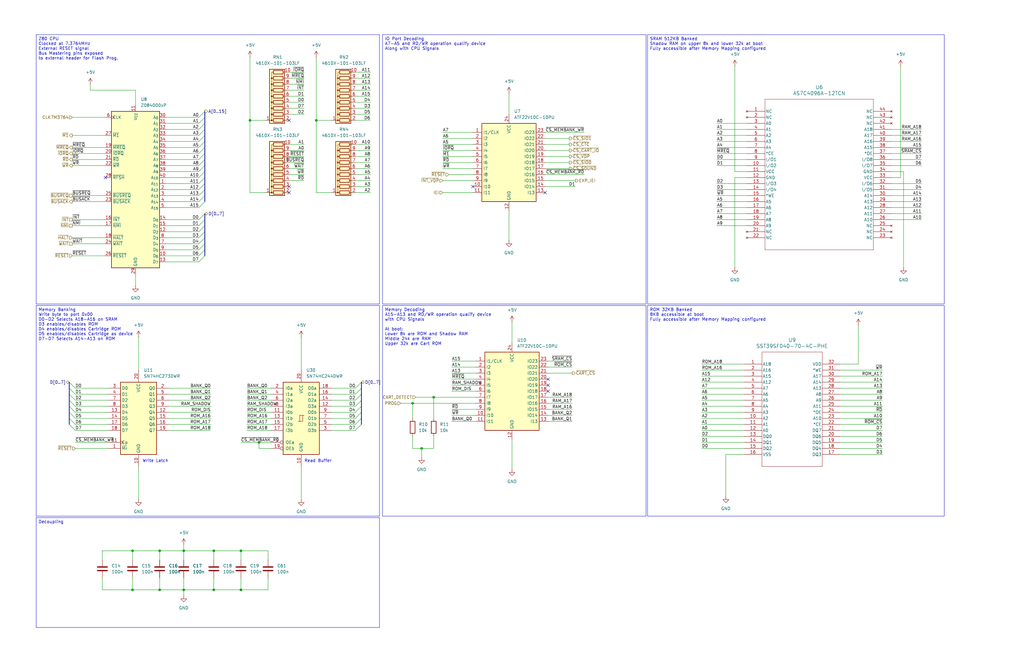
<source format=kicad_sch>
(kicad_sch (version 20250114) (generator "eeschema") (generator_version "9.0")
  (paper "USLedger")
  (text "Write Latch" (at 65.532 194.564 0) (effects (font (size 1.27 1.27))))
  (text "Read Buffer" (at 134.112 194.564 0) (effects (font (size 1.27 1.27))))
  (text_box "Decoupling" (at 15.24 218.44 0) (size 144.78 46.355) (margins 0.9525 0.9525 0.9525 0.9525) (effects (font (size 1.27 1.27)) (justify left top)))
  (text_box "SRAM 512KB Banked\nShadow RAM on upper 8k and lower 32k at boot\nFully accessible after Memory Mapping configured" (at 273.05 14.605 0) (size 125.095 113.665) (margins 0.9525 0.9525 0.9525 0.9525) (effects (font (size 1.27 1.27)) (justify left top)))
  (text_box "Z80 CPU\nClocked at 7.3764MHz\nExternal RESET signal\nBus Mastering pins exposed\nto external header for Flash Prog." (at 15.24 14.605 0) (size 144.78 113.665) (margins 0.9525 0.9525 0.9525 0.9525) (effects (font (size 1.27 1.27)) (justify left top)))
  (text_box "IO Port Decoding\nA7-A5 and RD/WR operation qualify device\nAlong with CPU Signals" (at 161.29 14.605 0) (size 111.125 113.665) (margins 0.9525 0.9525 0.9525 0.9525) (effects (font (size 1.27 1.27)) (justify left top)))
  (text_box "ROM 32KB Banked\n8KB accessible at boot\nFully accessible after Memory Mapping configured" (at 273.05 128.905 0) (size 125.095 88.9) (margins 0.9525 0.9525 0.9525 0.9525) (effects (font (size 1.27 1.27)) (justify left top)))
  (text_box "Memory Banking\nWrite byte to port 0x00\nD0-D2 Selects A18-A16 on SRAM\nD3 enables/disables ROM\nD4 enables/disables Cartridge ROM\nD5 enables/disables Cartridge as device\nD7-D7 Selects A14-A13 on ROM" (at 15.24 128.905 0) (size 144.78 88.9) (margins 0.9525 0.9525 0.9525 0.9525) (effects (font (size 1.27 1.27)) (justify left top)))
  (text_box "Memory Decoding\nA15-A13 and RD/WR operation qualify device\nwith CPU Signals\n\nAt boot:\nLower 8k are ROM and Shadow RAM\nMiddle 24k are RAM\nUpper 32k are Cart ROM\n\n" (at 161.29 128.905 0) (size 111.125 88.9) (margins 0.9525 0.9525 0.9525 0.9525) (effects (font (size 1.27 1.27)) (justify left top)))
  (junction (at 67.31 248.92))
  (junction (at 101.6 248.92))
  (junction (at 182.88 167.64))
  (junction (at 55.88 248.92))
  (junction (at 109.22 186.69))
  (junction (at 173.99 170.18))
  (junction (at 105.41 50.8))
  (junction (at 67.31 232.41))
  (junction (at 101.6 232.41))
  (junction (at 90.17 248.92))
  (junction (at 177.8 189.23))
  (junction (at 77.47 232.41))
  (junction (at 77.47 248.92))
  (junction (at 90.17 232.41))
  (junction (at 133.35 50.8))
  (junction (at 55.88 232.41))
  (no_connect (at 199.39 78.74))
  (no_connect (at 121.92 78.74))
  (no_connect (at 231.14 162.56))
  (no_connect (at 231.14 165.1))
  (no_connect (at 44.45 74.93))
  (no_connect (at 231.14 160.02))
  (no_connect (at 229.87 81.28))
  (no_connect (at 121.92 50.8))
  (no_connect (at 121.92 81.28))
  (bus_entry (at 83.82 105.41) (size 2.54 -2.54))
  (bus_entry (at 83.82 80.01) (size 2.54 -2.54))
  (bus_entry (at 152.4 161.29) (size -2.54 2.54))
  (bus_entry (at 29.21 166.37) (size 2.54 2.54))
  (bus_entry (at 83.82 57.15) (size 2.54 -2.54))
  (bus_entry (at 152.4 171.45) (size -2.54 2.54))
  (bus_entry (at 83.82 72.39) (size 2.54 -2.54))
  (bus_entry (at 83.82 62.23) (size 2.54 -2.54))
  (bus_entry (at 83.82 107.95) (size 2.54 -2.54))
  (bus_entry (at 152.4 176.53) (size -2.54 2.54))
  (bus_entry (at 83.82 102.87) (size 2.54 -2.54))
  (bus_entry (at 83.82 100.33) (size 2.54 -2.54))
  (bus_entry (at 83.82 54.61) (size 2.54 -2.54))
  (bus_entry (at 152.4 168.91) (size -2.54 2.54))
  (bus_entry (at 83.82 97.79) (size 2.54 -2.54))
  (bus_entry (at 83.82 49.53) (size 2.54 -2.54))
  (bus_entry (at 83.82 95.25) (size 2.54 -2.54))
  (bus_entry (at 29.21 179.07) (size 2.54 2.54))
  (bus_entry (at 83.82 59.69) (size 2.54 -2.54))
  (bus_entry (at 83.82 82.55) (size 2.54 -2.54))
  (bus_entry (at 83.82 74.93) (size 2.54 -2.54))
  (bus_entry (at 83.82 87.63) (size 2.54 -2.54))
  (bus_entry (at 152.4 166.37) (size -2.54 2.54))
  (bus_entry (at 29.21 176.53) (size 2.54 2.54))
  (bus_entry (at 83.82 110.49) (size 2.54 -2.54))
  (bus_entry (at 83.82 67.31) (size 2.54 -2.54))
  (bus_entry (at 83.82 64.77) (size 2.54 -2.54))
  (bus_entry (at 83.82 69.85) (size 2.54 -2.54))
  (bus_entry (at 152.4 173.99) (size -2.54 2.54))
  (bus_entry (at 29.21 171.45) (size 2.54 2.54))
  (bus_entry (at 83.82 85.09) (size 2.54 -2.54))
  (bus_entry (at 29.21 173.99) (size 2.54 2.54))
  (bus_entry (at 152.4 163.83) (size -2.54 2.54))
  (bus_entry (at 29.21 168.91) (size 2.54 2.54))
  (bus_entry (at 83.82 77.47) (size 2.54 -2.54))
  (bus_entry (at 29.21 161.29) (size 2.54 2.54))
  (bus_entry (at 152.4 179.07) (size -2.54 2.54))
  (bus_entry (at 29.21 163.83) (size 2.54 2.54))
  (bus_entry (at 83.82 92.71) (size 2.54 -2.54))
  (bus_entry (at 83.82 52.07) (size 2.54 -2.54))
  (wire (pts (xy 104.14 163.83) (xy 114.3 163.83)))
  (wire (pts (xy 104.14 166.37) (xy 114.3 166.37)))
  (wire (pts (xy 190.5 160.02) (xy 200.66 160.02)))
  (bus (pts (xy 29.21 173.99) (xy 29.21 176.53)))
  (wire (pts (xy 43.18 243.84) (xy 43.18 248.92)))
  (wire (pts (xy 229.87 58.42) (xy 240.03 58.42)))
  (wire (pts (xy 231.14 157.48) (xy 241.3 157.48)))
  (wire (pts (xy 375.92 77.47) (xy 388.62 77.47)))
  (wire (pts (xy 375.92 72.39) (xy 381 72.39)))
  (wire (pts (xy 121.92 45.72) (xy 128.27 45.72)))
  (wire (pts (xy 149.86 71.12) (xy 156.21 71.12)))
  (wire (pts (xy 375.92 87.63) (xy 388.62 87.63)))
  (wire (pts (xy 186.69 81.28) (xy 199.39 81.28)))
  (wire (pts (xy 375.92 67.31) (xy 388.62 67.31)))
  (wire (pts (xy 30.48 64.77) (xy 44.45 64.77)))
  (bus (pts (xy 86.36 92.71) (xy 86.36 95.25)))
  (wire (pts (xy 309.88 27.94) (xy 309.88 72.39)))
  (wire (pts (xy 71.12 163.83) (xy 88.9 163.83)))
  (wire (pts (xy 354.33 191.77) (xy 372.11 191.77)))
  (wire (pts (xy 375.92 54.61) (xy 388.62 54.61)))
  (wire (pts (xy 354.33 163.83) (xy 372.11 163.83)))
  (wire (pts (xy 375.92 85.09) (xy 388.62 85.09)))
  (wire (pts (xy 302.26 90.17) (xy 314.96 90.17)))
  (wire (pts (xy 30.48 102.87) (xy 44.45 102.87)))
  (wire (pts (xy 30.48 85.09) (xy 44.45 85.09)))
  (wire (pts (xy 30.48 57.15) (xy 44.45 57.15)))
  (wire (pts (xy 354.33 181.61) (xy 372.11 181.61)))
  (wire (pts (xy 295.91 186.69) (xy 313.69 186.69)))
  (wire (pts (xy 354.33 179.07) (xy 372.11 179.07)))
  (wire (pts (xy 43.18 236.22) (xy 43.18 232.41)))
  (wire (pts (xy 182.88 167.64) (xy 200.66 167.64)))
  (wire (pts (xy 302.26 92.71) (xy 314.96 92.71)))
  (bus (pts (xy 86.36 52.07) (xy 86.36 54.61)))
  (wire (pts (xy 302.26 77.47) (xy 314.96 77.47)))
  (wire (pts (xy 67.31 232.41) (xy 77.47 232.41)))
  (wire (pts (xy 104.14 173.99) (xy 114.3 173.99)))
  (wire (pts (xy 113.03 243.84) (xy 113.03 248.92)))
  (bus (pts (xy 86.36 46.99) (xy 86.36 49.53)))
  (wire (pts (xy 109.22 186.69) (xy 114.3 186.69)))
  (wire (pts (xy 69.85 67.31) (xy 83.82 67.31)))
  (wire (pts (xy 173.99 170.18) (xy 200.66 170.18)))
  (wire (pts (xy 354.33 156.21) (xy 372.11 156.21)))
  (wire (pts (xy 354.33 158.75) (xy 372.11 158.75)))
  (wire (pts (xy 190.5 152.4) (xy 200.66 152.4)))
  (wire (pts (xy 69.85 49.53) (xy 83.82 49.53)))
  (wire (pts (xy 175.26 167.64) (xy 182.88 167.64)))
  (wire (pts (xy 302.26 67.31) (xy 314.96 67.31)))
  (wire (pts (xy 149.86 78.74) (xy 156.21 78.74)))
  (wire (pts (xy 149.86 76.2) (xy 156.21 76.2)))
  (wire (pts (xy 302.26 85.09) (xy 314.96 85.09)))
  (bus (pts (xy 86.36 80.01) (xy 86.36 82.55)))
  (wire (pts (xy 31.75 189.23) (xy 45.72 189.23)))
  (wire (pts (xy 375.92 80.01) (xy 388.62 80.01)))
  (wire (pts (xy 379.73 27.94) (xy 379.73 74.93)))
  (wire (pts (xy 69.85 110.49) (xy 83.82 110.49)))
  (wire (pts (xy 121.92 68.58) (xy 128.27 68.58)))
  (wire (pts (xy 177.8 189.23) (xy 182.88 189.23)))
  (wire (pts (xy 38.1 35.56) (xy 38.1 38.1)))
  (wire (pts (xy 69.85 92.71) (xy 83.82 92.71)))
  (wire (pts (xy 354.33 184.15) (xy 372.11 184.15)))
  (wire (pts (xy 302.26 57.15) (xy 314.96 57.15)))
  (wire (pts (xy 113.03 236.22) (xy 113.03 232.41)))
  (wire (pts (xy 69.85 85.09) (xy 83.82 85.09)))
  (wire (pts (xy 101.6 232.41) (xy 101.6 236.22)))
  (wire (pts (xy 69.85 52.07) (xy 83.82 52.07)))
  (wire (pts (xy 149.86 35.56) (xy 156.21 35.56)))
  (wire (pts (xy 149.86 50.8) (xy 156.21 50.8)))
  (wire (pts (xy 375.92 62.23) (xy 388.62 62.23)))
  (wire (pts (xy 314.96 72.39) (xy 309.88 72.39)))
  (bus (pts (xy 86.36 102.87) (xy 86.36 105.41)))
  (wire (pts (xy 67.31 232.41) (xy 67.31 236.22)))
  (wire (pts (xy 133.35 50.8) (xy 139.7 50.8)))
  (wire (pts (xy 149.86 171.45) (xy 139.7 171.45)))
  (wire (pts (xy 375.92 74.93) (xy 379.73 74.93)))
  (wire (pts (xy 69.85 74.93) (xy 83.82 74.93)))
  (wire (pts (xy 229.87 63.5) (xy 240.03 63.5)))
  (wire (pts (xy 302.26 82.55) (xy 314.96 82.55)))
  (wire (pts (xy 55.88 248.92) (xy 67.31 248.92)))
  (wire (pts (xy 168.91 170.18) (xy 173.99 170.18)))
  (wire (pts (xy 190.5 172.72) (xy 200.66 172.72)))
  (wire (pts (xy 69.85 105.41) (xy 83.82 105.41)))
  (wire (pts (xy 149.86 45.72) (xy 156.21 45.72)))
  (wire (pts (xy 186.69 58.42) (xy 199.39 58.42)))
  (wire (pts (xy 121.92 33.02) (xy 128.27 33.02)))
  (wire (pts (xy 354.33 173.99) (xy 372.11 173.99)))
  (wire (pts (xy 354.33 176.53) (xy 372.11 176.53)))
  (wire (pts (xy 189.23 73.66) (xy 199.39 73.66)))
  (wire (pts (xy 295.91 171.45) (xy 313.69 171.45)))
  (wire (pts (xy 182.88 167.64) (xy 182.88 176.53)))
  (wire (pts (xy 69.85 107.95) (xy 83.82 107.95)))
  (wire (pts (xy 306.07 191.77) (xy 306.07 209.55)))
  (wire (pts (xy 71.12 179.07) (xy 88.9 179.07)))
  (wire (pts (xy 149.86 60.96) (xy 156.21 60.96)))
  (wire (pts (xy 190.5 162.56) (xy 200.66 162.56)))
  (wire (pts (xy 104.14 171.45) (xy 114.3 171.45)))
  (wire (pts (xy 77.47 232.41) (xy 77.47 236.22)))
  (wire (pts (xy 77.47 248.92) (xy 90.17 248.92)))
  (bus (pts (xy 29.21 161.29) (xy 29.21 163.83)))
  (wire (pts (xy 295.91 173.99) (xy 313.69 173.99)))
  (wire (pts (xy 55.88 232.41) (xy 67.31 232.41)))
  (wire (pts (xy 186.69 76.2) (xy 199.39 76.2)))
  (wire (pts (xy 71.12 166.37) (xy 88.9 166.37)))
  (wire (pts (xy 104.14 181.61) (xy 114.3 181.61)))
  (wire (pts (xy 295.91 176.53) (xy 313.69 176.53)))
  (wire (pts (xy 215.9 135.89) (xy 215.9 144.78)))
  (wire (pts (xy 104.14 168.91) (xy 114.3 168.91)))
  (wire (pts (xy 77.47 229.87) (xy 77.47 232.41)))
  (wire (pts (xy 30.48 100.33) (xy 44.45 100.33)))
  (wire (pts (xy 121.92 73.66) (xy 128.27 73.66)))
  (wire (pts (xy 354.33 168.91) (xy 372.11 168.91)))
  (wire (pts (xy 302.26 80.01) (xy 314.96 80.01)))
  (wire (pts (xy 121.92 71.12) (xy 128.27 71.12)))
  (wire (pts (xy 77.47 248.92) (xy 77.47 251.46)))
  (wire (pts (xy 58.42 142.24) (xy 58.42 156.21)))
  (wire (pts (xy 127 142.24) (xy 127 156.21)))
  (wire (pts (xy 31.75 181.61) (xy 45.72 181.61)))
  (wire (pts (xy 313.69 191.77) (xy 306.07 191.77)))
  (wire (pts (xy 121.92 66.04) (xy 128.27 66.04)))
  (wire (pts (xy 69.85 57.15) (xy 83.82 57.15)))
  (wire (pts (xy 186.69 55.88) (xy 199.39 55.88)))
  (wire (pts (xy 133.35 81.28) (xy 139.7 81.28)))
  (wire (pts (xy 190.5 175.26) (xy 200.66 175.26)))
  (bus (pts (xy 152.4 171.45) (xy 152.4 173.99)))
  (wire (pts (xy 121.92 30.48) (xy 128.27 30.48)))
  (wire (pts (xy 309.88 74.93) (xy 314.96 74.93)))
  (wire (pts (xy 31.75 173.99) (xy 45.72 173.99)))
  (wire (pts (xy 149.86 68.58) (xy 156.21 68.58)))
  (wire (pts (xy 295.91 161.29) (xy 313.69 161.29)))
  (wire (pts (xy 177.8 189.23) (xy 177.8 193.04)))
  (wire (pts (xy 149.86 33.02) (xy 156.21 33.02)))
  (wire (pts (xy 182.88 184.15) (xy 182.88 189.23)))
  (bus (pts (xy 152.4 163.83) (xy 152.4 166.37)))
  (bus (pts (xy 86.36 90.17) (xy 86.36 92.71)))
  (wire (pts (xy 30.48 67.31) (xy 44.45 67.31)))
  (wire (pts (xy 121.92 35.56) (xy 128.27 35.56)))
  (wire (pts (xy 149.86 66.04) (xy 156.21 66.04)))
  (wire (pts (xy 104.14 179.07) (xy 114.3 179.07)))
  (wire (pts (xy 121.92 40.64) (xy 128.27 40.64)))
  (wire (pts (xy 69.85 59.69) (xy 83.82 59.69)))
  (wire (pts (xy 30.48 69.85) (xy 44.45 69.85)))
  (wire (pts (xy 71.12 176.53) (xy 88.9 176.53)))
  (bus (pts (xy 86.36 100.33) (xy 86.36 102.87)))
  (wire (pts (xy 186.69 71.12) (xy 199.39 71.12)))
  (bus (pts (xy 86.36 69.85) (xy 86.36 72.39)))
  (wire (pts (xy 133.35 24.13) (xy 133.35 50.8)))
  (wire (pts (xy 30.48 95.25) (xy 44.45 95.25)))
  (wire (pts (xy 90.17 232.41) (xy 101.6 232.41)))
  (wire (pts (xy 105.41 24.13) (xy 105.41 50.8)))
  (wire (pts (xy 149.86 38.1) (xy 156.21 38.1)))
  (wire (pts (xy 302.26 64.77) (xy 314.96 64.77)))
  (wire (pts (xy 295.91 184.15) (xy 313.69 184.15)))
  (wire (pts (xy 109.22 186.69) (xy 109.22 189.23)))
  (wire (pts (xy 302.26 62.23) (xy 314.96 62.23)))
  (wire (pts (xy 302.26 54.61) (xy 314.96 54.61)))
  (bus (pts (xy 86.36 62.23) (xy 86.36 64.77)))
  (wire (pts (xy 302.26 95.25) (xy 314.96 95.25)))
  (wire (pts (xy 43.18 232.41) (xy 55.88 232.41)))
  (wire (pts (xy 190.5 165.1) (xy 200.66 165.1)))
  (wire (pts (xy 58.42 196.85) (xy 58.42 210.82)))
  (wire (pts (xy 57.15 115.57) (xy 57.15 120.65)))
  (wire (pts (xy 295.91 153.67) (xy 313.69 153.67)))
  (wire (pts (xy 149.86 30.48) (xy 156.21 30.48)))
  (wire (pts (xy 173.99 170.18) (xy 173.99 176.53)))
  (wire (pts (xy 186.69 63.5) (xy 199.39 63.5)))
  (wire (pts (xy 121.92 38.1) (xy 128.27 38.1)))
  (wire (pts (xy 69.85 69.85) (xy 83.82 69.85)))
  (wire (pts (xy 354.33 186.69) (xy 372.11 186.69)))
  (wire (pts (xy 173.99 184.15) (xy 173.99 189.23)))
  (wire (pts (xy 190.5 177.8) (xy 200.66 177.8)))
  (bus (pts (xy 86.36 64.77) (xy 86.36 67.31)))
  (wire (pts (xy 104.14 176.53) (xy 114.3 176.53)))
  (wire (pts (xy 375.92 59.69) (xy 388.62 59.69)))
  (wire (pts (xy 133.35 50.8) (xy 133.35 81.28)))
  (bus (pts (xy 86.36 67.31) (xy 86.36 69.85)))
  (wire (pts (xy 55.88 243.84) (xy 55.88 248.92)))
  (wire (pts (xy 149.86 173.99) (xy 139.7 173.99)))
  (wire (pts (xy 69.85 102.87) (xy 83.82 102.87)))
  (wire (pts (xy 354.33 189.23) (xy 372.11 189.23)))
  (bus (pts (xy 86.36 105.41) (xy 86.36 107.95)))
  (wire (pts (xy 121.92 60.96) (xy 128.27 60.96)))
  (wire (pts (xy 295.91 166.37) (xy 313.69 166.37)))
  (wire (pts (xy 69.85 77.47) (xy 83.82 77.47)))
  (bus (pts (xy 86.36 57.15) (xy 86.36 59.69)))
  (wire (pts (xy 295.91 156.21) (xy 313.69 156.21)))
  (bus (pts (xy 86.36 54.61) (xy 86.36 57.15)))
  (wire (pts (xy 231.14 172.72) (xy 241.3 172.72)))
  (wire (pts (xy 190.5 154.94) (xy 200.66 154.94)))
  (wire (pts (xy 101.6 186.69) (xy 109.22 186.69)))
  (wire (pts (xy 57.15 38.1) (xy 38.1 38.1)))
  (bus (pts (xy 86.36 49.53) (xy 86.36 52.07)))
  (wire (pts (xy 69.85 100.33) (xy 83.82 100.33)))
  (wire (pts (xy 295.91 179.07) (xy 313.69 179.07)))
  (wire (pts (xy 105.41 50.8) (xy 105.41 81.28)))
  (bus (pts (xy 29.21 166.37) (xy 29.21 168.91)))
  (wire (pts (xy 229.87 68.58) (xy 240.03 68.58)))
  (wire (pts (xy 31.75 163.83) (xy 45.72 163.83)))
  (wire (pts (xy 77.47 232.41) (xy 90.17 232.41)))
  (bus (pts (xy 86.36 59.69) (xy 86.36 62.23)))
  (wire (pts (xy 101.6 243.84) (xy 101.6 248.92)))
  (wire (pts (xy 69.85 62.23) (xy 83.82 62.23)))
  (wire (pts (xy 55.88 232.41) (xy 55.88 236.22)))
  (wire (pts (xy 67.31 243.84) (xy 67.31 248.92)))
  (wire (pts (xy 30.48 92.71) (xy 44.45 92.71)))
  (wire (pts (xy 149.86 166.37) (xy 139.7 166.37)))
  (wire (pts (xy 149.86 63.5) (xy 156.21 63.5)))
  (wire (pts (xy 231.14 177.8) (xy 241.3 177.8)))
  (wire (pts (xy 354.33 166.37) (xy 372.11 166.37)))
  (wire (pts (xy 309.88 74.93) (xy 309.88 113.03)))
  (bus (pts (xy 86.36 82.55) (xy 86.36 85.09)))
  (bus (pts (xy 152.4 166.37) (xy 152.4 168.91)))
  (wire (pts (xy 31.75 179.07) (xy 45.72 179.07)))
  (wire (pts (xy 149.86 43.18) (xy 156.21 43.18)))
  (wire (pts (xy 190.5 157.48) (xy 200.66 157.48)))
  (wire (pts (xy 149.86 40.64) (xy 156.21 40.64)))
  (wire (pts (xy 381 72.39) (xy 381 113.03)))
  (wire (pts (xy 30.48 49.53) (xy 44.45 49.53)))
  (wire (pts (xy 375.92 82.55) (xy 388.62 82.55)))
  (wire (pts (xy 149.86 176.53) (xy 139.7 176.53)))
  (wire (pts (xy 31.75 171.45) (xy 45.72 171.45)))
  (wire (pts (xy 43.18 248.92) (xy 55.88 248.92)))
  (wire (pts (xy 214.63 39.37) (xy 214.63 48.26)))
  (wire (pts (xy 375.92 69.85) (xy 388.62 69.85)))
  (bus (pts (xy 152.4 176.53) (xy 152.4 179.07)))
  (wire (pts (xy 375.92 57.15) (xy 388.62 57.15)))
  (wire (pts (xy 229.87 60.96) (xy 240.03 60.96)))
  (wire (pts (xy 57.15 44.45) (xy 57.15 38.1)))
  (bus (pts (xy 29.21 168.91) (xy 29.21 171.45)))
  (wire (pts (xy 149.86 81.28) (xy 156.21 81.28)))
  (wire (pts (xy 109.22 189.23) (xy 114.3 189.23)))
  (bus (pts (xy 29.21 176.53) (xy 29.21 179.07)))
  (wire (pts (xy 69.85 82.55) (xy 83.82 82.55)))
  (wire (pts (xy 302.26 59.69) (xy 314.96 59.69)))
  (wire (pts (xy 375.92 90.17) (xy 388.62 90.17)))
  (wire (pts (xy 71.12 168.91) (xy 88.9 168.91)))
  (bus (pts (xy 152.4 168.91) (xy 152.4 171.45)))
  (wire (pts (xy 229.87 73.66) (xy 246.38 73.66)))
  (wire (pts (xy 149.86 179.07) (xy 139.7 179.07)))
  (wire (pts (xy 375.92 92.71) (xy 388.62 92.71)))
  (wire (pts (xy 31.75 166.37) (xy 45.72 166.37)))
  (wire (pts (xy 121.92 48.26) (xy 128.27 48.26)))
  (wire (pts (xy 69.85 80.01) (xy 83.82 80.01)))
  (wire (pts (xy 67.31 248.92) (xy 77.47 248.92)))
  (wire (pts (xy 295.91 168.91) (xy 313.69 168.91)))
  (wire (pts (xy 90.17 232.41) (xy 90.17 236.22)))
  (wire (pts (xy 173.99 189.23) (xy 177.8 189.23)))
  (wire (pts (xy 105.41 50.8) (xy 111.76 50.8)))
  (wire (pts (xy 77.47 243.84) (xy 77.47 248.92)))
  (bus (pts (xy 29.21 163.83) (xy 29.21 166.37)))
  (wire (pts (xy 186.69 60.96) (xy 199.39 60.96)))
  (wire (pts (xy 149.86 73.66) (xy 156.21 73.66)))
  (wire (pts (xy 302.26 87.63) (xy 314.96 87.63)))
  (wire (pts (xy 231.14 175.26) (xy 241.3 175.26)))
  (wire (pts (xy 69.85 54.61) (xy 83.82 54.61)))
  (wire (pts (xy 149.86 181.61) (xy 139.7 181.61)))
  (bus (pts (xy 86.36 77.47) (xy 86.36 80.01)))
  (wire (pts (xy 101.6 248.92) (xy 113.03 248.92)))
  (bus (pts (xy 152.4 161.29) (xy 152.4 163.83)))
  (wire (pts (xy 71.12 171.45) (xy 88.9 171.45)))
  (wire (pts (xy 295.91 158.75) (xy 313.69 158.75)))
  (bus (pts (xy 86.36 95.25) (xy 86.36 97.79)))
  (wire (pts (xy 295.91 189.23) (xy 313.69 189.23)))
  (wire (pts (xy 31.75 176.53) (xy 45.72 176.53)))
  (wire (pts (xy 214.63 88.9) (xy 214.63 101.6)))
  (wire (pts (xy 229.87 66.04) (xy 240.03 66.04)))
  (wire (pts (xy 31.75 186.69) (xy 45.72 186.69)))
  (wire (pts (xy 354.33 161.29) (xy 372.11 161.29)))
  (wire (pts (xy 186.69 68.58) (xy 199.39 68.58)))
  (wire (pts (xy 71.12 181.61) (xy 88.9 181.61)))
  (wire (pts (xy 229.87 55.88) (xy 246.38 55.88)))
  (wire (pts (xy 69.85 95.25) (xy 83.82 95.25)))
  (wire (pts (xy 231.14 152.4) (xy 241.3 152.4)))
  (bus (pts (xy 86.36 74.93) (xy 86.36 77.47)))
  (wire (pts (xy 231.14 167.64) (xy 241.3 167.64)))
  (wire (pts (xy 186.69 66.04) (xy 199.39 66.04)))
  (wire (pts (xy 31.75 168.91) (xy 45.72 168.91)))
  (bus (pts (xy 152.4 173.99) (xy 152.4 176.53)))
  (wire (pts (xy 375.92 64.77) (xy 388.62 64.77)))
  (bus (pts (xy 29.21 171.45) (xy 29.21 173.99)))
  (wire (pts (xy 231.14 170.18) (xy 241.3 170.18)))
  (wire (pts (xy 127 196.85) (xy 127 210.82)))
  (wire (pts (xy 229.87 78.74) (xy 242.57 78.74)))
  (wire (pts (xy 121.92 43.18) (xy 128.27 43.18)))
  (wire (pts (xy 69.85 72.39) (xy 83.82 72.39)))
  (wire (pts (xy 121.92 76.2) (xy 128.27 76.2)))
  (wire (pts (xy 295.91 163.83) (xy 313.69 163.83)))
  (wire (pts (xy 302.26 69.85) (xy 314.96 69.85)))
  (wire (pts (xy 361.95 137.16) (xy 361.95 153.67)))
  (wire (pts (xy 30.48 107.95) (xy 44.45 107.95)))
  (wire (pts (xy 30.48 82.55) (xy 44.45 82.55)))
  (bus (pts (xy 86.36 72.39) (xy 86.36 74.93)))
  (wire (pts (xy 90.17 248.92) (xy 101.6 248.92)))
  (wire (pts (xy 90.17 243.84) (xy 90.17 248.92)))
  (wire (pts (xy 354.33 153.67) (xy 361.95 153.67)))
  (wire (pts (xy 215.9 185.42) (xy 215.9 198.12)))
  (wire (pts (xy 101.6 232.41) (xy 113.03 232.41)))
  (wire (pts (xy 121.92 63.5) (xy 128.27 63.5)))
  (wire (pts (xy 302.26 52.07) (xy 314.96 52.07)))
  (wire (pts (xy 69.85 87.63) (xy 83.82 87.63)))
  (wire (pts (xy 69.85 64.77) (xy 83.82 64.77)))
  (wire (pts (xy 30.48 62.23) (xy 44.45 62.23)))
  (wire (pts (xy 149.86 48.26) (xy 156.21 48.26)))
  (wire (pts (xy 231.14 154.94) (xy 241.3 154.94)))
  (wire (pts (xy 69.85 97.79) (xy 83.82 97.79)))
  (wire (pts (xy 71.12 173.99) (xy 88.9 173.99)))
  (wire (pts (xy 105.41 81.28) (xy 111.76 81.28)))
  (wire (pts (xy 149.86 163.83) (xy 139.7 163.83)))
  (wire (pts (xy 149.86 168.91) (xy 139.7 168.91)))
  (wire (pts (xy 295.91 181.61) (xy 313.69 181.61)))
  (wire (pts (xy 229.87 76.2) (xy 242.57 76.2)))
  (wire (pts (xy 229.87 71.12) (xy 240.03 71.12)))
  (bus (pts (xy 86.36 97.79) (xy 86.36 100.33)))
  (wire (pts (xy 354.33 171.45) (xy 372.11 171.45)))
  (label "BANK_Q1" (at 88.9 166.37 180))
  (label "A15" (at 388.62 62.23 180))
  (label "~{WR}" (at 186.69 71.12 0))
  (label "BANK_Q0" (at 88.9 163.83 180))
  (label "D7" (at 128.27 45.72 180))
  (label "A5" (at 156.21 73.66 180))
  (label "A6" (at 156.21 71.12 180))
  (label "ROM_A17" (at 372.11 158.75 180))
  (label "ROM_A18" (at 104.14 181.61 0))
  (label "D6" (at 156.21 50.8 180))
  (label "D3" (at 156.21 45.72 180))
  (label "ROM_DIS" (at 104.14 173.99 0))
  (label "D2" (at 149.86 168.91 180))
  (label "A0" (at 302.26 52.07 0))
  (label "ROM_DIS" (at 190.5 165.1 0))
  (label "A14" (at 388.62 82.55 180))
  (label "~{RD}" (at 186.69 68.58 0))
  (label "D7" (at 83.82 110.49 180))
  (label "D5" (at 156.21 48.26 180))
  (label "D5" (at 372.11 186.69 180))
  (label "RAM_A17" (at 241.3 170.18 180))
  (label "A12" (at 388.62 87.63 180))
  (label "BANK_Q2" (at 104.14 168.91 0))
  (label "~{INT}" (at 128.27 38.1 180))
  (label "D0" (at 83.82 92.71 180))
  (label "A7" (at 302.26 90.17 0))
  (label "A8" (at 372.11 166.37 180))
  (label "~{RD}" (at 128.27 76.2 180))
  (label "~{NMI}" (at 128.27 35.56 180))
  (label "BANK_Q2" (at 88.9 168.91 180))
  (label "D7" (at 372.11 181.61 180))
  (label "~{INT}" (at 30.48 92.71 0))
  (label "A4" (at 156.21 76.2 180))
  (label "A6" (at 302.26 87.63 0))
  (label "~{RD}" (at 372.11 173.99 180))
  (label "A5" (at 295.91 168.91 0))
  (label "A15" (at 156.21 40.64 180))
  (label "D0" (at 149.86 163.83 180))
  (label "~{SRAM_CS}" (at 241.3 152.4 180))
  (label "D6" (at 388.62 69.85 180))
  (label "~{MREQ}" (at 302.26 64.77 0))
  (label "A15" (at 295.91 158.75 0))
  (label "D1" (at 295.91 186.69 0))
  (label "A12" (at 156.21 33.02 180))
  (label "BANK_Q1" (at 104.14 166.37 0))
  (label "~{BUSACK}" (at 30.48 85.09 0))
  (label "D2" (at 295.91 184.15 0))
  (label "D2" (at 128.27 48.26 180))
  (label "A1" (at 302.26 54.61 0))
  (label "D1" (at 128.27 40.64 180))
  (label "~{CS_MEMBANK_WR}" (at 246.38 55.88 180))
  (label "~{MREQ}" (at 128.27 33.02 180))
  (label "D0" (at 302.26 67.31 0))
  (label "A12" (at 83.82 80.01 180))
  (label "ROM_A17" (at 104.14 179.07 0))
  (label "D0" (at 31.75 163.83 0))
  (label "A11" (at 388.62 90.17 180))
  (label "D1" (at 302.26 69.85 0))
  (label "~{CS_MEMBANK_RD}" (at 246.38 73.66 180))
  (label "~{NMI}" (at 30.48 95.25 0))
  (label "A14" (at 190.5 154.94 0))
  (label "D3" (at 31.75 171.45 0))
  (label "~{MREQ}" (at 30.48 62.23 0))
  (label "A6" (at 295.91 166.37 0))
  (label "A10" (at 388.62 92.71 180))
  (label "~{M1}" (at 186.69 66.04 0))
  (label "ROM_A16" (at 295.91 156.21 0))
  (label "~{CS_MEMBANK_RD}" (at 101.6 186.69 0))
  (label "D4" (at 149.86 173.99 180))
  (label "D0" (at 128.27 43.18 180))
  (label "A13" (at 372.11 163.83 180))
  (label "A9" (at 302.26 95.25 0))
  (label "D5" (at 31.75 176.53 0))
  (label "D1" (at 149.86 166.37 180))
  (label "D5" (at 388.62 77.47 180))
  (label "~{WR}" (at 302.26 82.55 0))
  (label "D3" (at 372.11 191.77 180))
  (label "D2" (at 31.75 168.91 0))
  (label "A4" (at 295.91 171.45 0))
  (label "A3" (at 83.82 57.15 180))
  (label "D3" (at 302.26 80.01 0))
  (label "~{IORQ}" (at 128.27 30.48 180))
  (label "D5" (at 149.86 176.53 180))
  (label "D6" (at 149.86 179.07 180))
  (label "RAM_A18" (at 388.62 54.61 180))
  (label "D6" (at 31.75 179.07 0))
  (label "D1" (at 83.82 95.25 180))
  (label "A5" (at 302.26 85.09 0))
  (label "A12" (at 295.91 161.29 0))
  (label "A14" (at 156.21 38.1 180))
  (label "ROM_A18" (at 295.91 153.67 0))
  (label "~{WAIT}" (at 128.27 71.12 180))
  (label "~{WAIT}" (at 30.48 102.87 0))
  (label "D4" (at 31.75 173.99 0))
  (label "D3" (at 83.82 100.33 180))
  (label "A7" (at 186.69 55.88 0))
  (label "D4" (at 156.21 43.18 180))
  (label "A15" (at 190.5 152.4 0))
  (label "A11" (at 83.82 77.47 180))
  (label "RAM_A17" (at 388.62 57.15 180))
  (label "A13" (at 156.21 35.56 180))
  (label "BANK_Q2" (at 241.3 175.26 180))
  (label "A3" (at 302.26 59.69 0))
  (label "~{RESET}" (at 128.27 66.04 180))
  (label "D4" (at 372.11 189.23 180))
  (label "~{BUSREQ}" (at 30.48 82.55 0))
  (label "ROM_A17" (at 88.9 179.07 180))
  (label "RAM_A16" (at 388.62 59.69 180))
  (label "A6" (at 186.69 58.42 0))
  (label "A3" (at 156.21 78.74 180))
  (label "A9" (at 83.82 72.39 180))
  (label "D1" (at 242.57 78.74 180))
  (label "~{IORQ}" (at 186.69 63.5 0))
  (label "A1" (at 295.91 179.07 0))
  (label "BANK_Q0" (at 190.5 177.8 0))
  (label "A9" (at 372.11 168.91 180))
  (label "A9" (at 156.21 63.5 180))
  (label "BANK_Q1" (at 241.3 177.8 180))
  (label "D2" (at 302.26 77.47 0))
  (label "~{RD}" (at 190.5 172.72 0))
  (label "D3" (at 149.86 171.45 180))
  (label "A2" (at 302.26 57.15 0))
  (label "~{WR}" (at 128.27 73.66 180))
  (label "RAM_SHADOW" (at 190.5 162.56 0))
  (label "RAM_SHADOW" (at 104.14 171.45 0))
  (label "A0" (at 128.27 63.5 180))
  (label "BANK_Q0" (at 104.14 163.83 0))
  (label "~{MREQ}" (at 190.5 160.02 0))
  (label "~{BUSREQ}" (at 128.27 68.58 180))
  (label "RAM_A16" (at 241.3 172.72 180))
  (label "A4" (at 83.82 59.69 180))
  (label "A3" (at 295.91 173.99 0))
  (label "D2" (at 83.82 97.79 180))
  (label "~{IORQ}" (at 30.48 64.77 0))
  (label "A14" (at 372.11 161.29 180))
  (label "D6" (at 372.11 184.15 180))
  (label "D7" (at 31.75 181.61 0))
  (label "D1" (at 31.75 166.37 0))
  (label "D0" (at 295.91 189.23 0))
  (label "~{RESET}" (at 30.48 107.95 0))
  (label "D7" (at 149.86 181.61 180))
  (label "A6" (at 83.82 64.77 180))
  (label "A11" (at 156.21 30.48 180))
  (label "A7" (at 83.82 67.31 180))
  (label "ROM_A18" (at 88.9 181.61 180))
  (label "A2" (at 156.21 81.28 180))
  (label "~{WR}" (at 372.11 156.21 180))
  (label "A10" (at 372.11 176.53 180))
  (label "~{RD}" (at 30.48 67.31 0))
  (label "~{WR}" (at 190.5 175.26 0))
  (label "A1" (at 83.82 52.07 180))
  (label "~{WR}" (at 30.48 69.85 0))
  (label "~{SRAM_CS}" (at 388.62 64.77 180))
  (label "A7" (at 156.21 68.58 180))
  (label "A10" (at 83.82 74.93 180))
  (label "RAM_A18" (at 241.3 167.64 180))
  (label "ROM_A16" (at 88.9 176.53 180))
  (label "A15" (at 83.82 87.63 180))
  (label "~{ROM_CS}" (at 241.3 154.94 180))
  (label "A13" (at 83.82 82.55 180))
  (label "A7" (at 295.91 163.83 0))
  (label "D6" (at 83.82 107.95 180))
  (label "A10" (at 156.21 60.96 180))
  (label "A0" (at 295.91 181.61 0))
  (label "RAM_SHADOW" (at 88.9 171.45 180))
  (label "D7" (at 388.62 67.31 180))
  (label "~{CS_MEMBANK_WR}" (at 31.75 186.69 0))
  (label "A1" (at 128.27 60.96 180))
  (label "A2" (at 83.82 54.61 180))
  (label "A13" (at 190.5 157.48 0))
  (label "A8" (at 83.82 69.85 180))
  (label "A13" (at 388.62 85.09 180))
  (label "A11" (at 372.11 171.45 180))
  (label "A5" (at 83.82 62.23 180))
  (label "A4" (at 302.26 62.23 0))
  (label "D4" (at 83.82 102.87 180))
  (label "A14" (at 83.82 85.09 180))
  (label "D4" (at 388.62 80.01 180))
  (label "ROM_DIS" (at 88.9 173.99 180))
  (label "A5" (at 186.69 60.96 0))
  (label "ROM_A16" (at 104.14 176.53 0))
  (label "~{ROM_CS}" (at 372.11 179.07 180))
  (label "A0" (at 83.82 49.53 180))
  (label "A8" (at 302.26 92.71 0))
  (label "A8" (at 156.21 66.04 180))
  (label "D5" (at 83.82 105.41 180))
  (label "A2" (at 295.91 176.53 0))
  (hierarchical_label "IEI" (shape input) (at 186.69 81.28 180))
  (hierarchical_label "PROG" (shape input) (at 168.91 170.18 180))
  (hierarchical_label "CART_DETECT" (shape input) (at 175.26 167.64 180))
  (hierarchical_label "~{CS_SIO0}" (shape output) (at 240.03 68.58 0))
  (hierarchical_label "~{BUSACK}" (shape output) (at 30.48 85.09 180))
  (hierarchical_label "~{BUSREQ}" (shape passive) (at 30.48 82.55 180))
  (hierarchical_label "~{CS_VDP}" (shape output) (at 240.03 66.04 0))
  (hierarchical_label "~{RESET}" (shape input) (at 31.75 189.23 180))
  (hierarchical_label "~{INT}" (shape passive) (at 30.48 92.71 180))
  (hierarchical_label "~{CS_CART_IO}" (shape output) (at 240.03 63.5 0))
  (hierarchical_label "~{WR}" (shape output) (at 30.48 69.85 180))
  (hierarchical_label "A[0..15]" (shape output) (at 86.36 46.99 0))
  (hierarchical_label "~{RESET}" (shape input) (at 189.23 73.66 180))
  (hierarchical_label "~{CS_SOUND}" (shape output) (at 240.03 71.12 0))
  (hierarchical_label "~{MREQ}" (shape output) (at 30.48 62.23 180))
  (hierarchical_label "~{CART_CS}" (shape output) (at 241.3 157.48 0))
  (hierarchical_label "~{WAIT}" (shape passive) (at 30.48 102.87 180))
  (hierarchical_label "~{HALT}" (shape input) (at 30.48 100.33 180))
  (hierarchical_label "~{NMI}" (shape passive) (at 30.48 95.25 180))
  (hierarchical_label "~{RD}" (shape output) (at 30.48 67.31 180))
  (hierarchical_label "~{INT_VDP}" (shape input) (at 186.69 76.2 180))
  (hierarchical_label "~{M1}" (shape output) (at 30.48 57.15 180))
  (hierarchical_label "EXP_IEI" (shape output) (at 242.57 76.2 0))
  (hierarchical_label "D[0..7]" (shape bidirectional) (at 152.4 161.29 0))
  (hierarchical_label "D[0..7]" (shape bidirectional) (at 29.21 161.29 180))
  (hierarchical_label "~{CS_CTC}" (shape output) (at 240.03 60.96 0))
  (hierarchical_label "~{RESET}" (shape input) (at 30.48 107.95 180))
  (hierarchical_label "~{IORQ}" (shape output) (at 30.48 64.77 180))
  (hierarchical_label "D[0..7]" (shape bidirectional) (at 86.36 90.17 0))
  (hierarchical_label "~{CS_SIO1}" (shape output) (at 240.03 58.42 0))
  (hierarchical_label "CLK7M3764" (shape input) (at 30.48 49.53 180))
  (symbol (lib_id "power:+5V") (at 361.95 137.16 0) (unit 1)
    (property "Reference" "#PWR040" (effects (hide yes)))
    (property "Value" "+5V" (at 361.95 132.08 0))
    (property "Description" "Power symbol creates a global label with name \"+5V\"" (effects (hide yes)))
  )
  (symbol (lib_id "power:GND") (at 309.88 113.03 0) (unit 1)
    (property "Reference" "#PWR036" (effects (hide yes)))
    (property "Value" "GND" (at 309.88 118.11 0))
    (property "Description" "Power symbol creates a global label with name \"GND\" , ground" (effects (hide yes)))
  )
  (symbol (lib_id "power:GND") (at 58.42 210.82 0) (unit 1)
    (property "Reference" "#PWR045" (effects (hide yes)))
    (property "Value" "GND" (at 58.42 215.9 0))
    (property "Description" "Power symbol creates a global label with name \"GND\" , ground" (effects (hide yes)))
  )
  (symbol (lib_id "power:GND") (at 215.9 198.12 0) (unit 1)
    (property "Reference" "#PWR043" (effects (hide yes)))
    (property "Value" "GND" (at 215.9 203.2 0))
    (property "Description" "Power symbol creates a global label with name \"GND\" , ground" (effects (hide yes)))
  )
  (symbol (lib_id "power:GND") (at 57.15 120.65 0) (unit 1)
    (property "Reference" "#PWR038" (effects (hide yes)))
    (property "Value" "GND" (at 57.15 125.73 0))
    (property "Description" "Power symbol creates a global label with name \"GND\" , ground" (effects (hide yes)))
  )
  (symbol (lib_id "power:GND") (at 214.63 101.6 0) (unit 1)
    (property "Reference" "#PWR035" (effects (hide yes)))
    (property "Value" "GND" (at 214.63 106.68 0))
    (property "Description" "Power symbol creates a global label with name \"GND\" , ground" (effects (hide yes)))
  )
  (symbol (lib_id "Device:R") (at 182.88 180.34 0) (unit 1)
    (property "Reference" "R11" (at 185.42 179.0699 0) (effects (justify left)))
    (property "Value" "10k" (at 185.42 181.6099 0) (effects (justify left)))
    (property "Footprint" "Resistor_SMD:R_0603_1608Metric" (effects (hide yes)))
    (property "Description" "Resistor" (effects (hide yes)))
  )
  (symbol (lib_id "power:+5V") (at 379.73 27.94 0) (unit 1)
    (property "Reference" "#PWR032" (effects (hide yes)))
    (property "Value" "+5V" (at 379.73 22.86 0))
    (property "Description" "Power symbol creates a global label with name \"+5V\"" (effects (hide yes)))
  )
  (symbol (lib_id "Device:R_Network09") (at 144.78 71.12 90) (unit 1)
    (property "Reference" "RN4" (at 145.034 54.61 90))
    (property "Value" "4610X-101-103LF" (at 145.034 57.15 90))
    (property "Footprint" "Resistor_THT:R_Array_SIP10" (effects (hide yes)))
    (property "Datasheet" "http://www.vishay.com/docs/31509/csc.pdf" (effects (hide yes)))
    (property "Description" "9 resistor network, star topology, bussed resistors, small symbol" (effects (hide yes)))
  )
  (symbol (lib_id "power:GND") (at 381 113.03 0) (unit 1)
    (property "Reference" "#PWR037" (effects (hide yes)))
    (property "Value" "GND" (at 381 118.11 0))
    (property "Description" "Power symbol creates a global label with name \"GND\" , ground" (effects (hide yes)))
  )
  (symbol (lib_id "power:+5V") (at 58.42 142.24 0) (unit 1)
    (property "Reference" "#PWR041" (effects (hide yes)))
    (property "Value" "+5V" (at 58.42 137.16 0))
    (property "Description" "Power symbol creates a global label with name \"+5V\"" (effects (hide yes)))
  )
  (symbol (lib_id "power:GND") (at 77.47 251.46 0) (unit 1)
    (property "Reference" "#PWR047" (effects (hide yes)))
    (property "Value" "GND" (at 77.47 256.54 0))
    (property "Description" "Power symbol creates a global label with name \"GND\" , ground" (effects (hide yes)))
  )
  (symbol (lib_id "power:+5V") (at 215.9 135.89 0) (unit 1)
    (property "Reference" "#PWR039" (effects (hide yes)))
    (property "Value" "+5V" (at 215.9 130.81 0))
    (property "Description" "Power symbol creates a global label with name \"+5V\"" (effects (hide yes)))
  )
  (symbol (lib_id "Device:R_Network09") (at 116.84 71.12 90) (unit 1)
    (property "Reference" "RN3" (at 117.094 54.61 90))
    (property "Value" "4610X-101-103LF" (at 117.094 57.15 90))
    (property "Footprint" "Resistor_THT:R_Array_SIP10" (effects (hide yes)))
    (property "Datasheet" "http://www.vishay.com/docs/31509/csc.pdf" (effects (hide yes)))
    (property "Description" "9 resistor network, star topology, bussed resistors, small symbol" (effects (hide yes)))
  )
  (symbol (lib_id "Device:C") (at 67.31 240.03 0) (unit 1)
    (property "Reference" "C16" (at 71.12 238.7599 0) (effects (justify left)))
    (property "Value" "100n" (at 71.12 241.2999 0) (effects (justify left)))
    (property "Footprint" "Capacitor_SMD:C_0805_2012Metric" (effects (hide yes)))
    (property "Description" "Unpolarized capacitor" (effects (hide yes)))
  )
  (symbol (lib_id "74xx:74HC273") (at 58.42 176.53 0) (unit 1)
    (property "Reference" "U11" (at 60.5633 156.21 0) (effects (justify left)))
    (property "Value" "SN74HC273DWR" (at 60.5633 158.75 0) (effects (justify left)))
    (property "Footprint" "Package_SO:SOIC-20W_7.5x12.8mm_P1.27mm" (effects (hide yes)))
    (property "Datasheet" "https://assets.nexperia.com/documents/data-sheet/74HC_HCT273.pdf" (effects (hide yes)))
    (property "Description" "8-bit D Flip-Flop, reset" (effects (hide yes)))
  )
  (symbol (lib_id "Device:C") (at 43.18 240.03 0) (unit 1)
    (property "Reference" "C14" (at 46.99 238.7599 0) (effects (justify left)))
    (property "Value" "100n" (at 46.99 241.2999 0) (effects (justify left)))
    (property "Footprint" "Capacitor_SMD:C_0805_2012Metric" (effects (hide yes)))
    (property "Description" "Unpolarized capacitor" (effects (hide yes)))
  )
  (symbol (lib_id "power:GND") (at 177.8 193.04 0) (unit 1)
    (property "Reference" "#PWR042" (effects (hide yes)))
    (property "Value" "GND" (at 177.8 198.12 0))
    (property "Description" "Power symbol creates a global label with name \"GND\" , ground" (effects (hide yes)))
  )
  (symbol (lib_id "Logic_Programmable:PEEL22CV10AP") (at 215.9 165.1 0) (unit 1)
    (property "Reference" "U10" (at 218.0433 143.51 0) (effects (justify left)))
    (property "Value" "ATF22V10C-10PU" (at 218.0433 146.05 0) (effects (justify left)))
    (property "Footprint" "Package_DIP:DIP-24_W7.62mm" (effects (hide yes)))
    (property "Datasheet" "https://www.alldatasheet.com/datasheet-pdf/pdf/149182/ANACHIP/PEEL22CV10AP-15L.html" (effects (hide yes)))
    (property "Description" "Not in Production, CMOS Programmable Electrically Erasable Logic Device, DIP-24" (effects (hide yes)))
  )
  (symbol (lib_id "2026-01-17_16-43-41:SST39SF040-70-4C-PHE") (at 313.69 153.67 0) (unit 1)
    (property "Reference" "U9" (at 334.01 143.51 0) (effects (font (size 1.524 1.524))))
    (property "Value" "SST39SF040-70-4C-PHE" (at 334.01 146.05 0) (effects (font (size 1.524 1.524))))
    (property "Footprint" "Footprints:PDIP32_PH_SST_MCH" (effects (hide yes)))
    (property "Datasheet" "SST39SF040-70-4C-PHE" (effects (hide yes)))
  )
  (symbol (lib_id "power:+5V") (at 77.47 229.87 0) (unit 1)
    (property "Reference" "#PWR046" (effects (hide yes)))
    (property "Value" "+5V" (at 77.47 224.79 0))
    (property "Description" "Power symbol creates a global label with name \"+5V\"" (effects (hide yes)))
  )
  (symbol (lib_id "power:+5V") (at 214.63 39.37 0) (unit 1)
    (property "Reference" "#PWR034" (effects (hide yes)))
    (property "Value" "+5V" (at 214.63 34.29 0))
    (property "Description" "Power symbol creates a global label with name \"+5V\"" (effects (hide yes)))
  )
  (symbol (lib_id "power:GND") (at 127 210.82 0) (unit 1)
    (property "Reference" "#PWR0136" (effects (hide yes)))
    (property "Value" "GND" (at 127 215.9 0))
    (property "Description" "Power symbol creates a global label with name \"GND\" , ground" (effects (hide yes)))
  )
  (symbol (lib_id "Device:C") (at 77.47 240.03 0) (unit 1)
    (property "Reference" "C17" (at 81.28 238.7599 0) (effects (justify left)))
    (property "Value" "100n" (at 81.28 241.2999 0) (effects (justify left)))
    (property "Footprint" "Capacitor_SMD:C_0805_2012Metric" (effects (hide yes)))
    (property "Description" "Unpolarized capacitor" (effects (hide yes)))
  )
  (symbol (lib_id "power:+5V") (at 133.35 24.13 0) (unit 1)
    (property "Reference" "#PWR030" (effects (hide yes)))
    (property "Value" "+5V" (at 133.35 19.05 0))
    (property "Description" "Power symbol creates a global label with name \"+5V\"" (effects (hide yes)))
  )
  (symbol (lib_id "power:GND") (at 306.07 209.55 0) (unit 1)
    (property "Reference" "#PWR044" (effects (hide yes)))
    (property "Value" "GND" (at 306.07 214.63 0))
    (property "Description" "Power symbol creates a global label with name \"GND\" , ground" (effects (hide yes)))
  )
  (symbol (lib_id "Device:C") (at 101.6 240.03 0) (unit 1)
    (property "Reference" "C19" (at 105.41 238.7599 0) (effects (justify left)))
    (property "Value" "100n" (at 105.41 241.2999 0) (effects (justify left)))
    (property "Footprint" "Capacitor_SMD:C_0805_2012Metric" (effects (hide yes)))
    (property "Description" "Unpolarized capacitor" (effects (hide yes)))
  )
  (symbol (lib_id "power:+5V") (at 105.41 24.13 0) (unit 1)
    (property "Reference" "#PWR029" (effects (hide yes)))
    (property "Value" "+5V" (at 105.41 19.05 0))
    (property "Description" "Power symbol creates a global label with name \"+5V\"" (effects (hide yes)))
  )
  (symbol (lib_name "PEEL22CV10AP_1") (lib_id "Logic_Programmable:PEEL22CV10AP") (at 214.63 68.58 0) (unit 1)
    (property "Reference" "U7" (at 216.7733 46.99 0) (effects (justify left)))
    (property "Value" "ATF22V10C-10PU" (at 216.7733 49.53 0) (effects (justify left)))
    (property "Footprint" "Package_DIP:DIP-24_W7.62mm" (effects (hide yes)))
    (property "Datasheet" "https://www.alldatasheet.com/datasheet-pdf/pdf/149182/ANACHIP/PEEL22CV10AP-15L.html" (effects (hide yes)))
    (property "Description" "Not in Production, CMOS Programmable Electrically Erasable Logic Device, DIP-24" (effects (hide yes)))
  )
  (symbol (lib_id "Device:C") (at 113.03 240.03 0) (unit 1)
    (property "Reference" "C61" (at 116.84 238.7599 0) (effects (justify left)))
    (property "Value" "100n" (at 116.84 241.2999 0) (effects (justify left)))
    (property "Footprint" "Capacitor_SMD:C_0805_2012Metric" (effects (hide yes)))
    (property "Description" "Unpolarized capacitor" (effects (hide yes)))
  )
  (symbol (lib_id "power:+5V") (at 127 142.24 0) (unit 1)
    (property "Reference" "#PWR0135" (effects (hide yes)))
    (property "Value" "+5V" (at 127 137.16 0))
    (property "Description" "Power symbol creates a global label with name \"+5V\"" (effects (hide yes)))
  )
  (symbol (lib_id "2026-01-16_22-14-51:AS7C4096A-12TCN") (at 314.96 46.99 0) (unit 1)
    (property "Reference" "U6" (at 345.44 36.83 0) (effects (font (size 1.524 1.524))))
    (property "Value" "AS7C4096A-12TCN" (at 345.44 39.37 0) (effects (font (size 1.524 1.524))))
    (property "Footprint" "Footprints:TSOP-44_MIL400_ALL" (effects (hide yes)))
    (property "Datasheet" "AS7C4096A-12TCN" (effects (hide yes)))
  )
  (symbol (lib_id "power:+5V") (at 309.88 27.94 0) (unit 1)
    (property "Reference" "#PWR031" (effects (hide yes)))
    (property "Value" "+5V" (at 309.88 22.86 0))
    (property "Description" "Power symbol creates a global label with name \"+5V\"" (effects (hide yes)))
  )
  (symbol (lib_id "74xx:74LS244") (at 127 176.53 0) (unit 1)
    (property "Reference" "U30" (at 129.1433 156.21 0) (effects (justify left)))
    (property "Value" "SN74HC244DWR" (at 129.1433 158.75 0) (effects (justify left)))
    (property "Footprint" "Package_SO:SOIC-20W_7.5x12.8mm_P1.27mm" (effects (hide yes)))
    (property "Datasheet" "http://www.ti.com/lit/ds/symlink/sn74ls244.pdf" (effects (hide yes)))
    (property "Description" "Octal Buffer and Line Driver With 3-State Output, active-low enables, non-inverting outputs" (effects (hide yes)))
  )
  (symbol (lib_id "Device:C") (at 90.17 240.03 0) (unit 1)
    (property "Reference" "C18" (at 93.98 238.7599 0) (effects (justify left)))
    (property "Value" "100n" (at 93.98 241.2999 0) (effects (justify left)))
    (property "Footprint" "Capacitor_SMD:C_0805_2012Metric" (effects (hide yes)))
    (property "Description" "Unpolarized capacitor" (effects (hide yes)))
  )
  (symbol (lib_id "power:+5V") (at 38.1 35.56 0) (unit 1)
    (property "Reference" "#PWR033" (effects (hide yes)))
    (property "Value" "+5V" (at 38.1 30.48 0))
    (property "Description" "Power symbol creates a global label with name \"+5V\"" (effects (hide yes)))
  )
  (symbol (lib_id "CPU:Z084000xP") (at 57.15 80.01 0) (unit 1)
    (property "Reference" "U8" (at 59.2933 41.91 0) (effects (justify left)))
    (property "Value" "Z084000xP" (at 59.2933 44.45 0) (effects (justify left)))
    (property "Footprint" "Package_DIP:DIP-40_W15.24mm_Socket" (effects (hide yes)))
    (property "Datasheet" "https://archive.org/details/zilog-z-8400" (effects (hide yes)))
    (property "Description" "8-bit General Purpose Microprocessor, 8-bit data bus, 16-bit address bus, 4 / 6.17 / 8 MHz, DIP-40 (600 mil)" (effects (hide yes)))
  )
  (symbol (lib_id "Device:R") (at 173.99 180.34 0) (unit 1)
    (property "Reference" "R10" (at 176.53 179.0699 0) (effects (justify left)))
    (property "Value" "10k" (at 176.53 181.6099 0) (effects (justify left)))
    (property "Footprint" "Resistor_SMD:R_0603_1608Metric" (effects (hide yes)))
    (property "Description" "Resistor" (effects (hide yes)))
  )
  (symbol (lib_id "Device:R_Network09") (at 116.84 40.64 90) (unit 1)
    (property "Reference" "RN1" (at 117.094 24.13 90))
    (property "Value" "4610X-101-103LF" (at 117.094 26.67 90))
    (property "Footprint" "Resistor_THT:R_Array_SIP10" (effects (hide yes)))
    (property "Datasheet" "http://www.vishay.com/docs/31509/csc.pdf" (effects (hide yes)))
    (property "Description" "9 resistor network, star topology, bussed resistors, small symbol" (effects (hide yes)))
  )
  (symbol (lib_id "Device:R_Network09") (at 144.78 40.64 90) (unit 1)
    (property "Reference" "RN2" (at 145.034 24.13 90))
    (property "Value" "4610X-101-103LF" (at 145.034 26.67 90))
    (property "Footprint" "Resistor_THT:R_Array_SIP10" (effects (hide yes)))
    (property "Datasheet" "http://www.vishay.com/docs/31509/csc.pdf" (effects (hide yes)))
    (property "Description" "9 resistor network, star topology, bussed resistors, small symbol" (effects (hide yes)))
  )
  (symbol (lib_id "Device:C") (at 55.88 240.03 0) (unit 1)
    (property "Reference" "C15" (at 59.69 238.7599 0) (effects (justify left)))
    (property "Value" "100n" (at 59.69 241.2999 0) (effects (justify left)))
    (property "Footprint" "Capacitor_SMD:C_0805_2012Metric" (effects (hide yes)))
    (property "Description" "Unpolarized capacitor" (effects (hide yes)))
  )
)
</source>
